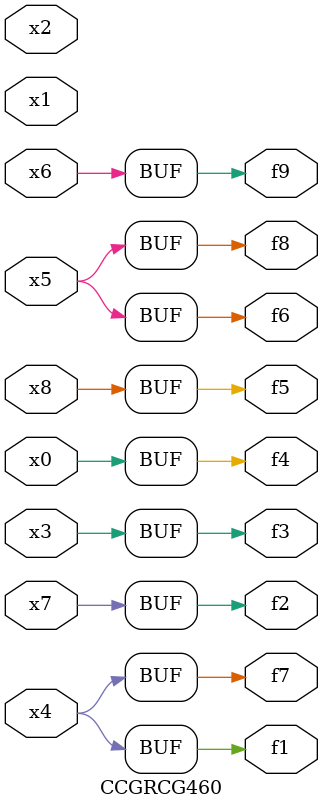
<source format=v>
module CCGRCG460(
	input x0, x1, x2, x3, x4, x5, x6, x7, x8,
	output f1, f2, f3, f4, f5, f6, f7, f8, f9
);
	assign f1 = x4;
	assign f2 = x7;
	assign f3 = x3;
	assign f4 = x0;
	assign f5 = x8;
	assign f6 = x5;
	assign f7 = x4;
	assign f8 = x5;
	assign f9 = x6;
endmodule

</source>
